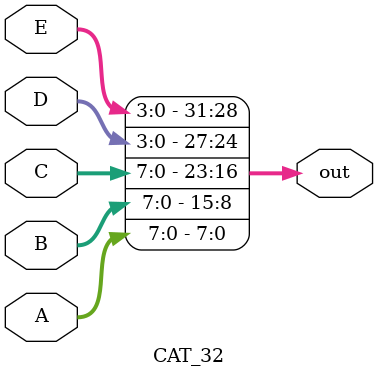
<source format=v>
module CAT_32(input [7:0] A,
              input [7:0] B,
              input [7:0] C,
              input [3:0] D,
              input [3:0] E,
              output reg [31:0] out
             ); 

  always @(*)
    begin
        out = {E, D, C, B, A};
    end
  
endmodule

</source>
